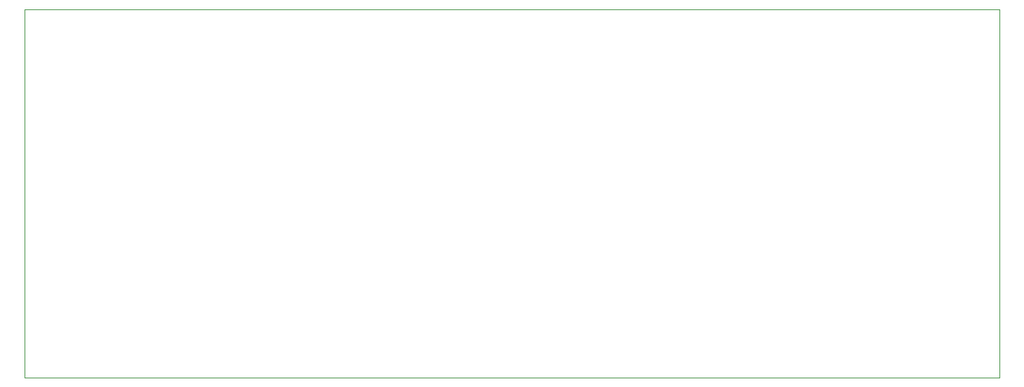
<source format=gbr>
G04 #@! TF.GenerationSoftware,KiCad,Pcbnew,(5.1.6-0-10_14)*
G04 #@! TF.CreationDate,2020-07-01T11:00:56-07:00*
G04 #@! TF.ProjectId,Pufferfish-Interface-1,50756666-6572-4666-9973-682d496e7465,v0.1*
G04 #@! TF.SameCoordinates,Original*
G04 #@! TF.FileFunction,Profile,NP*
%FSLAX46Y46*%
G04 Gerber Fmt 4.6, Leading zero omitted, Abs format (unit mm)*
G04 Created by KiCad (PCBNEW (5.1.6-0-10_14)) date 2020-07-01 11:00:56*
%MOMM*%
%LPD*%
G01*
G04 APERTURE LIST*
G04 #@! TA.AperFunction,Profile*
%ADD10C,0.025400*%
G04 #@! TD*
G04 APERTURE END LIST*
D10*
X132080000Y-58420000D02*
X132080000Y-15240000D01*
X17780000Y-58420000D02*
X132080000Y-58420000D01*
X17780000Y-58420000D02*
X17780000Y-15240000D01*
X17780000Y-15240000D02*
X132080000Y-15240000D01*
M02*

</source>
